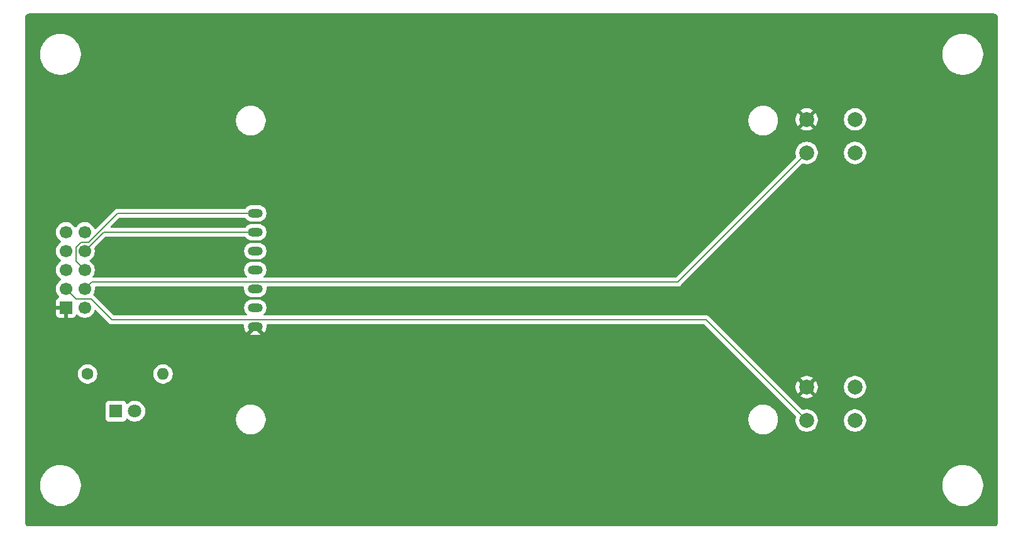
<source format=gbr>
%TF.GenerationSoftware,KiCad,Pcbnew,9.0.3*%
%TF.CreationDate,2025-08-15T10:31:11+02:00*%
%TF.ProjectId,Displaypanel,44697370-6c61-4797-9061-6e656c2e6b69,rev?*%
%TF.SameCoordinates,Original*%
%TF.FileFunction,Copper,L2,Bot*%
%TF.FilePolarity,Positive*%
%FSLAX46Y46*%
G04 Gerber Fmt 4.6, Leading zero omitted, Abs format (unit mm)*
G04 Created by KiCad (PCBNEW 9.0.3) date 2025-08-15 10:31:11*
%MOMM*%
%LPD*%
G01*
G04 APERTURE LIST*
%TA.AperFunction,ComponentPad*%
%ADD10O,2.000000X1.200000*%
%TD*%
%TA.AperFunction,ComponentPad*%
%ADD11R,1.800000X1.800000*%
%TD*%
%TA.AperFunction,ComponentPad*%
%ADD12C,1.800000*%
%TD*%
%TA.AperFunction,ComponentPad*%
%ADD13C,2.000000*%
%TD*%
%TA.AperFunction,ComponentPad*%
%ADD14C,1.600000*%
%TD*%
%TA.AperFunction,ComponentPad*%
%ADD15O,1.600000X1.600000*%
%TD*%
%TA.AperFunction,ComponentPad*%
%ADD16R,1.700000X1.700000*%
%TD*%
%TA.AperFunction,ComponentPad*%
%ADD17C,1.700000*%
%TD*%
%TA.AperFunction,Conductor*%
%ADD18C,0.200000*%
%TD*%
G04 APERTURE END LIST*
D10*
%TO.P,U1,1,GND*%
%TO.N,GND*%
X113490000Y-100620000D03*
%TO.P,U1,2,VCC*%
%TO.N,VCC*%
X113490000Y-98080000D03*
%TO.P,U1,3,SCL*%
%TO.N,SCL*%
X113490000Y-95540000D03*
%TO.P,U1,4,SDA*%
%TO.N,SDA*%
X113490000Y-93000000D03*
%TO.P,U1,5,RES*%
%TO.N,RST*%
X113490000Y-90460000D03*
%TO.P,U1,6,DC*%
%TO.N,DC*%
X113490000Y-87920000D03*
%TO.P,U1,7,CS*%
%TO.N,CS*%
X113490000Y-85380000D03*
%TD*%
D11*
%TO.P,D1,1,K*%
%TO.N,STATE*%
X94730000Y-112000000D03*
D12*
%TO.P,D1,2,A*%
%TO.N,Net-(D1-A)*%
X97270000Y-112000000D03*
%TD*%
D13*
%TO.P,SW2,1,1*%
%TO.N,GND*%
X187750000Y-72750000D03*
%TO.P,SW2,2,2*%
%TO.N,Reset*%
X187750000Y-77250000D03*
%TO.P,SW2,3,3*%
%TO.N,unconnected-(SW2-Pad3)*%
X194250000Y-72750000D03*
%TO.P,SW2,4,4*%
%TO.N,unconnected-(SW2-Pad4)*%
X194250000Y-77250000D03*
%TD*%
%TO.P,SW1,1,1*%
%TO.N,GND*%
X187750000Y-108750000D03*
%TO.P,SW1,2,2*%
%TO.N,MODE*%
X187750000Y-113250000D03*
%TO.P,SW1,3,3*%
%TO.N,unconnected-(SW1-Pad3)*%
X194250000Y-108750000D03*
%TO.P,SW1,4,4*%
%TO.N,unconnected-(SW1-Pad4)*%
X194250000Y-113250000D03*
%TD*%
D14*
%TO.P,R1,1*%
%TO.N,VCC*%
X90920000Y-107000000D03*
D15*
%TO.P,R1,2*%
%TO.N,Net-(D1-A)*%
X101080000Y-107000000D03*
%TD*%
D16*
%TO.P,J1,1,Pin_1*%
%TO.N,GND*%
X88000000Y-98080000D03*
D17*
%TO.P,J1,2,Pin_2*%
%TO.N,VCC*%
X90540000Y-98080000D03*
%TO.P,J1,3,Pin_3*%
%TO.N,MODE*%
X88000000Y-95540000D03*
%TO.P,J1,4,Pin_4*%
%TO.N,Reset*%
X90540000Y-95540000D03*
%TO.P,J1,5,Pin_5*%
%TO.N,STATE*%
X88000000Y-93000000D03*
%TO.P,J1,6,Pin_6*%
%TO.N,CS*%
X90540000Y-93000000D03*
%TO.P,J1,7,Pin_7*%
%TO.N,SCL*%
X88000000Y-90460000D03*
%TO.P,J1,8,Pin_8*%
%TO.N,DC*%
X90540000Y-90460000D03*
%TO.P,J1,9,Pin_9*%
%TO.N,SDA*%
X88000000Y-87920000D03*
%TO.P,J1,10,Pin_10*%
%TO.N,RST*%
X90540000Y-87920000D03*
%TD*%
D18*
%TO.N,CS*%
X91016760Y-89309000D02*
X94945760Y-85380000D01*
X94945760Y-85380000D02*
X113490000Y-85380000D01*
X89389000Y-91849000D02*
X89389000Y-89983240D01*
X89389000Y-89983240D02*
X90063240Y-89309000D01*
X90540000Y-93000000D02*
X89389000Y-91849000D01*
X90063240Y-89309000D02*
X91016760Y-89309000D01*
%TO.N,DC*%
X113490000Y-87920000D02*
X93080000Y-87920000D01*
X93080000Y-87920000D02*
X90540000Y-90460000D01*
%TO.N,Reset*%
X187750000Y-77250000D02*
X170361000Y-94639000D01*
X91441000Y-94639000D02*
X90540000Y-95540000D01*
X170361000Y-94639000D02*
X91441000Y-94639000D01*
%TO.N,MODE*%
X89389000Y-96929000D02*
X88000000Y-95540000D01*
X91429000Y-96929000D02*
X89389000Y-96929000D01*
X187750000Y-113250000D02*
X174219000Y-99719000D01*
X94219000Y-99719000D02*
X91429000Y-96929000D01*
X174219000Y-99719000D02*
X94219000Y-99719000D01*
%TD*%
%TA.AperFunction,Conductor*%
%TO.N,GND*%
G36*
X213006912Y-58501278D02*
G01*
X213097272Y-58511460D01*
X213124332Y-58517637D01*
X213203538Y-58545352D01*
X213228548Y-58557396D01*
X213299605Y-58602044D01*
X213321311Y-58619355D01*
X213380643Y-58678687D01*
X213397956Y-58700396D01*
X213442601Y-58771448D01*
X213454648Y-58796465D01*
X213482361Y-58875663D01*
X213488540Y-58902735D01*
X213498719Y-58993077D01*
X213499499Y-59006960D01*
X213499500Y-126934108D01*
X213499500Y-126993038D01*
X213498720Y-127006923D01*
X213488540Y-127097264D01*
X213482362Y-127124333D01*
X213454648Y-127203537D01*
X213442600Y-127228555D01*
X213397957Y-127299604D01*
X213380644Y-127321313D01*
X213321313Y-127380644D01*
X213299604Y-127397957D01*
X213228555Y-127442600D01*
X213203537Y-127454648D01*
X213124333Y-127482362D01*
X213097264Y-127488540D01*
X213017075Y-127497576D01*
X213006921Y-127498720D01*
X212993038Y-127499500D01*
X83006962Y-127499500D01*
X82993078Y-127498720D01*
X82980553Y-127497308D01*
X82902735Y-127488540D01*
X82875666Y-127482362D01*
X82796462Y-127454648D01*
X82771444Y-127442600D01*
X82700395Y-127397957D01*
X82678686Y-127380644D01*
X82619355Y-127321313D01*
X82602042Y-127299604D01*
X82557399Y-127228555D01*
X82545351Y-127203537D01*
X82517637Y-127124333D01*
X82511459Y-127097263D01*
X82501280Y-127006922D01*
X82500500Y-126993038D01*
X82500500Y-121845527D01*
X84499478Y-121845527D01*
X84499478Y-122154472D01*
X84534064Y-122461441D01*
X84534067Y-122461455D01*
X84602810Y-122762641D01*
X84602814Y-122762653D01*
X84704842Y-123054231D01*
X84704848Y-123054245D01*
X84838884Y-123332573D01*
X84838886Y-123332576D01*
X85003247Y-123594156D01*
X85195863Y-123835689D01*
X85414311Y-124054137D01*
X85655844Y-124246753D01*
X85917424Y-124411114D01*
X86195762Y-124545155D01*
X86195768Y-124545157D01*
X86487346Y-124647185D01*
X86487358Y-124647189D01*
X86788544Y-124715933D01*
X86788553Y-124715934D01*
X86788558Y-124715935D01*
X86993204Y-124738992D01*
X87095528Y-124750521D01*
X87095531Y-124750522D01*
X87095534Y-124750522D01*
X87404469Y-124750522D01*
X87404470Y-124750521D01*
X87561356Y-124732844D01*
X87711441Y-124715935D01*
X87711444Y-124715934D01*
X87711456Y-124715933D01*
X88012642Y-124647189D01*
X88304238Y-124545155D01*
X88582576Y-124411114D01*
X88844156Y-124246753D01*
X89085689Y-124054137D01*
X89304137Y-123835689D01*
X89496753Y-123594156D01*
X89661114Y-123332576D01*
X89795155Y-123054238D01*
X89897189Y-122762642D01*
X89965933Y-122461456D01*
X89979470Y-122341315D01*
X90000521Y-122154472D01*
X90000522Y-122154468D01*
X90000522Y-121845531D01*
X90000521Y-121845527D01*
X205999478Y-121845527D01*
X205999478Y-122154472D01*
X206034064Y-122461441D01*
X206034067Y-122461455D01*
X206102810Y-122762641D01*
X206102814Y-122762653D01*
X206204842Y-123054231D01*
X206204848Y-123054245D01*
X206338884Y-123332573D01*
X206338886Y-123332576D01*
X206503247Y-123594156D01*
X206695863Y-123835689D01*
X206914311Y-124054137D01*
X207155844Y-124246753D01*
X207417424Y-124411114D01*
X207695762Y-124545155D01*
X207695768Y-124545157D01*
X207987346Y-124647185D01*
X207987358Y-124647189D01*
X208288544Y-124715933D01*
X208288553Y-124715934D01*
X208288558Y-124715935D01*
X208493204Y-124738992D01*
X208595528Y-124750521D01*
X208595531Y-124750522D01*
X208595534Y-124750522D01*
X208904469Y-124750522D01*
X208904470Y-124750521D01*
X209061356Y-124732844D01*
X209211441Y-124715935D01*
X209211444Y-124715934D01*
X209211456Y-124715933D01*
X209512642Y-124647189D01*
X209804238Y-124545155D01*
X210082576Y-124411114D01*
X210344156Y-124246753D01*
X210585689Y-124054137D01*
X210804137Y-123835689D01*
X210996753Y-123594156D01*
X211161114Y-123332576D01*
X211295155Y-123054238D01*
X211397189Y-122762642D01*
X211465933Y-122461456D01*
X211479470Y-122341315D01*
X211500521Y-122154472D01*
X211500522Y-122154468D01*
X211500522Y-121845531D01*
X211500521Y-121845527D01*
X211465935Y-121538558D01*
X211465934Y-121538553D01*
X211465933Y-121538544D01*
X211397189Y-121237358D01*
X211295155Y-120945762D01*
X211161114Y-120667424D01*
X210996753Y-120405844D01*
X210804137Y-120164311D01*
X210585689Y-119945863D01*
X210344156Y-119753247D01*
X210082576Y-119588886D01*
X210082573Y-119588884D01*
X209804245Y-119454848D01*
X209804231Y-119454842D01*
X209512653Y-119352814D01*
X209512641Y-119352810D01*
X209280199Y-119299757D01*
X209211456Y-119284067D01*
X209211453Y-119284066D01*
X209211441Y-119284064D01*
X208904472Y-119249478D01*
X208904466Y-119249478D01*
X208595534Y-119249478D01*
X208595527Y-119249478D01*
X208288558Y-119284064D01*
X208288544Y-119284067D01*
X207987358Y-119352810D01*
X207987346Y-119352814D01*
X207695768Y-119454842D01*
X207695754Y-119454848D01*
X207417426Y-119588884D01*
X207155845Y-119753246D01*
X206914311Y-119945862D01*
X206695862Y-120164311D01*
X206503246Y-120405845D01*
X206338884Y-120667426D01*
X206204848Y-120945754D01*
X206204842Y-120945768D01*
X206102814Y-121237346D01*
X206102810Y-121237358D01*
X206034067Y-121538544D01*
X206034064Y-121538558D01*
X205999478Y-121845527D01*
X90000521Y-121845527D01*
X89965935Y-121538558D01*
X89965934Y-121538553D01*
X89965933Y-121538544D01*
X89897189Y-121237358D01*
X89795155Y-120945762D01*
X89661114Y-120667424D01*
X89496753Y-120405844D01*
X89304137Y-120164311D01*
X89085689Y-119945863D01*
X88844156Y-119753247D01*
X88582576Y-119588886D01*
X88582573Y-119588884D01*
X88304245Y-119454848D01*
X88304231Y-119454842D01*
X88012653Y-119352814D01*
X88012641Y-119352810D01*
X87780199Y-119299757D01*
X87711456Y-119284067D01*
X87711453Y-119284066D01*
X87711441Y-119284064D01*
X87404472Y-119249478D01*
X87404466Y-119249478D01*
X87095534Y-119249478D01*
X87095527Y-119249478D01*
X86788558Y-119284064D01*
X86788544Y-119284067D01*
X86487358Y-119352810D01*
X86487346Y-119352814D01*
X86195768Y-119454842D01*
X86195754Y-119454848D01*
X85917426Y-119588884D01*
X85655845Y-119753246D01*
X85414311Y-119945862D01*
X85195862Y-120164311D01*
X85003246Y-120405845D01*
X84838884Y-120667426D01*
X84704848Y-120945754D01*
X84704842Y-120945768D01*
X84602814Y-121237346D01*
X84602810Y-121237358D01*
X84534067Y-121538544D01*
X84534064Y-121538558D01*
X84499478Y-121845527D01*
X82500500Y-121845527D01*
X82500500Y-111052135D01*
X93329500Y-111052135D01*
X93329500Y-112947870D01*
X93329501Y-112947876D01*
X93335908Y-113007483D01*
X93386202Y-113142328D01*
X93386206Y-113142335D01*
X93472452Y-113257544D01*
X93472455Y-113257547D01*
X93587664Y-113343793D01*
X93587671Y-113343797D01*
X93722517Y-113394091D01*
X93722516Y-113394091D01*
X93729444Y-113394835D01*
X93782127Y-113400500D01*
X95677872Y-113400499D01*
X95737483Y-113394091D01*
X95872331Y-113343796D01*
X95987546Y-113257546D01*
X96073796Y-113142331D01*
X96101429Y-113068243D01*
X96103601Y-113062420D01*
X96145471Y-113006486D01*
X96210936Y-112982068D01*
X96279209Y-112996919D01*
X96307464Y-113018071D01*
X96357636Y-113068243D01*
X96357641Y-113068247D01*
X96445256Y-113131902D01*
X96535978Y-113197815D01*
X96664375Y-113263237D01*
X96732393Y-113297895D01*
X96732396Y-113297896D01*
X96837221Y-113331955D01*
X96942049Y-113366015D01*
X97159778Y-113400500D01*
X97159779Y-113400500D01*
X97380221Y-113400500D01*
X97380222Y-113400500D01*
X97597951Y-113366015D01*
X97807606Y-113297895D01*
X98004022Y-113197815D01*
X98182365Y-113068242D01*
X98281939Y-112968668D01*
X110886170Y-112968668D01*
X110886170Y-113231331D01*
X110886171Y-113231348D01*
X110920454Y-113491756D01*
X110920455Y-113491761D01*
X110920456Y-113491767D01*
X110985948Y-113736189D01*
X110988441Y-113745492D01*
X111088958Y-113988164D01*
X111088966Y-113988180D01*
X111152372Y-114098001D01*
X111220301Y-114215657D01*
X111220303Y-114215660D01*
X111220304Y-114215661D01*
X111380206Y-114424050D01*
X111380212Y-114424057D01*
X111565942Y-114609787D01*
X111565949Y-114609793D01*
X111570289Y-114613123D01*
X111774343Y-114769699D01*
X111920547Y-114854110D01*
X112001819Y-114901033D01*
X112001835Y-114901041D01*
X112132756Y-114955270D01*
X112244508Y-115001559D01*
X112498233Y-115069544D01*
X112758662Y-115103830D01*
X112758669Y-115103830D01*
X113021331Y-115103830D01*
X113021338Y-115103830D01*
X113281767Y-115069544D01*
X113535492Y-115001559D01*
X113726261Y-114922539D01*
X113778164Y-114901041D01*
X113778167Y-114901039D01*
X113778173Y-114901037D01*
X114005657Y-114769699D01*
X114214052Y-114609792D01*
X114399792Y-114424052D01*
X114559699Y-114215657D01*
X114691037Y-113988173D01*
X114691214Y-113987747D01*
X114712539Y-113936261D01*
X114791559Y-113745492D01*
X114859544Y-113491767D01*
X114893830Y-113231338D01*
X114893830Y-112971998D01*
X179886170Y-112971998D01*
X179886170Y-113234661D01*
X179886171Y-113234678D01*
X179920454Y-113495086D01*
X179920455Y-113495091D01*
X179920456Y-113495097D01*
X179920457Y-113495099D01*
X179988441Y-113748822D01*
X180088958Y-113991494D01*
X180088966Y-113991510D01*
X180152372Y-114101331D01*
X180220301Y-114218987D01*
X180220303Y-114218990D01*
X180220304Y-114218991D01*
X180380206Y-114427380D01*
X180380212Y-114427387D01*
X180565942Y-114613117D01*
X180565948Y-114613122D01*
X180774343Y-114773029D01*
X180920547Y-114857440D01*
X181001819Y-114904363D01*
X181001835Y-114904371D01*
X181132756Y-114958600D01*
X181244508Y-115004889D01*
X181498233Y-115072874D01*
X181758662Y-115107160D01*
X181758669Y-115107160D01*
X182021331Y-115107160D01*
X182021338Y-115107160D01*
X182281767Y-115072874D01*
X182535492Y-115004889D01*
X182726261Y-114925869D01*
X182778164Y-114904371D01*
X182778167Y-114904369D01*
X182778173Y-114904367D01*
X183005657Y-114773029D01*
X183214052Y-114613122D01*
X183399792Y-114427382D01*
X183559699Y-114218987D01*
X183691037Y-113991503D01*
X183692414Y-113988180D01*
X183759592Y-113825996D01*
X183791559Y-113748822D01*
X183859544Y-113495097D01*
X183893830Y-113234668D01*
X183893830Y-112971992D01*
X183859544Y-112711563D01*
X183791559Y-112457838D01*
X183736454Y-112324802D01*
X183691041Y-112215165D01*
X183691033Y-112215149D01*
X183627718Y-112105485D01*
X183559699Y-111987673D01*
X183454774Y-111850932D01*
X183399793Y-111779279D01*
X183399787Y-111779272D01*
X183214057Y-111593542D01*
X183214050Y-111593536D01*
X183005661Y-111433634D01*
X183005660Y-111433633D01*
X183005657Y-111433631D01*
X182914960Y-111381267D01*
X182778180Y-111302296D01*
X182778164Y-111302288D01*
X182535492Y-111201771D01*
X182523064Y-111198441D01*
X182281767Y-111133786D01*
X182281761Y-111133785D01*
X182281756Y-111133784D01*
X182021348Y-111099501D01*
X182021343Y-111099500D01*
X182021338Y-111099500D01*
X181758662Y-111099500D01*
X181758656Y-111099500D01*
X181758651Y-111099501D01*
X181498243Y-111133784D01*
X181498236Y-111133785D01*
X181498233Y-111133786D01*
X181390992Y-111162520D01*
X181244507Y-111201771D01*
X181001835Y-111302288D01*
X181001819Y-111302296D01*
X180774338Y-111433634D01*
X180565949Y-111593536D01*
X180565942Y-111593542D01*
X180380212Y-111779272D01*
X180380206Y-111779279D01*
X180220304Y-111987668D01*
X180088966Y-112215149D01*
X180088958Y-112215165D01*
X179988441Y-112457837D01*
X179920457Y-112711560D01*
X179920454Y-112711573D01*
X179886171Y-112971981D01*
X179886170Y-112971998D01*
X114893830Y-112971998D01*
X114893830Y-112968662D01*
X114859544Y-112708233D01*
X114791559Y-112454508D01*
X114737833Y-112324802D01*
X114691041Y-112211835D01*
X114691033Y-112211819D01*
X114627628Y-112101999D01*
X114559699Y-111984343D01*
X114463852Y-111859433D01*
X114399793Y-111775949D01*
X114399787Y-111775942D01*
X114214057Y-111590212D01*
X114214050Y-111590206D01*
X114005661Y-111430304D01*
X114005660Y-111430303D01*
X114005657Y-111430301D01*
X113914960Y-111377937D01*
X113778180Y-111298966D01*
X113778164Y-111298958D01*
X113535492Y-111198441D01*
X113281767Y-111130456D01*
X113281761Y-111130455D01*
X113281756Y-111130454D01*
X113021348Y-111096171D01*
X113021343Y-111096170D01*
X113021338Y-111096170D01*
X112758662Y-111096170D01*
X112758656Y-111096170D01*
X112758651Y-111096171D01*
X112498243Y-111130454D01*
X112498236Y-111130455D01*
X112498233Y-111130456D01*
X112390992Y-111159190D01*
X112244507Y-111198441D01*
X112001835Y-111298958D01*
X112001819Y-111298966D01*
X111774338Y-111430304D01*
X111565949Y-111590206D01*
X111565942Y-111590212D01*
X111380212Y-111775942D01*
X111380206Y-111775949D01*
X111220304Y-111984338D01*
X111220301Y-111984342D01*
X111220301Y-111984343D01*
X111211716Y-111999211D01*
X111088966Y-112211819D01*
X111088958Y-112211835D01*
X110988441Y-112454507D01*
X110920457Y-112708230D01*
X110920454Y-112708243D01*
X110886171Y-112968651D01*
X110886170Y-112968668D01*
X98281939Y-112968668D01*
X98338242Y-112912365D01*
X98348220Y-112898632D01*
X98353244Y-112891718D01*
X98439908Y-112772433D01*
X98467815Y-112734022D01*
X98567895Y-112537606D01*
X98636015Y-112327951D01*
X98670500Y-112110222D01*
X98670500Y-111889778D01*
X98636015Y-111672049D01*
X98567895Y-111462394D01*
X98567895Y-111462393D01*
X98533237Y-111394375D01*
X98467815Y-111265978D01*
X98409501Y-111185715D01*
X98338247Y-111087641D01*
X98338243Y-111087636D01*
X98182363Y-110931756D01*
X98182358Y-110931752D01*
X98004025Y-110802187D01*
X98004024Y-110802186D01*
X98004022Y-110802185D01*
X97886791Y-110742452D01*
X97807606Y-110702104D01*
X97807603Y-110702103D01*
X97597952Y-110633985D01*
X97489086Y-110616742D01*
X97380222Y-110599500D01*
X97159778Y-110599500D01*
X97087201Y-110610995D01*
X96942047Y-110633985D01*
X96732396Y-110702103D01*
X96732393Y-110702104D01*
X96535974Y-110802187D01*
X96357641Y-110931752D01*
X96357636Y-110931756D01*
X96307463Y-110981929D01*
X96246140Y-111015413D01*
X96176448Y-111010428D01*
X96120515Y-110968557D01*
X96103601Y-110937580D01*
X96073797Y-110857671D01*
X96073793Y-110857664D01*
X95987547Y-110742455D01*
X95987544Y-110742452D01*
X95872335Y-110656206D01*
X95872328Y-110656202D01*
X95737482Y-110605908D01*
X95737483Y-110605908D01*
X95677883Y-110599501D01*
X95677881Y-110599500D01*
X95677873Y-110599500D01*
X95677864Y-110599500D01*
X93782129Y-110599500D01*
X93782123Y-110599501D01*
X93722516Y-110605908D01*
X93587671Y-110656202D01*
X93587664Y-110656206D01*
X93472455Y-110742452D01*
X93472452Y-110742455D01*
X93386206Y-110857664D01*
X93386202Y-110857671D01*
X93335908Y-110992517D01*
X93329501Y-111052116D01*
X93329500Y-111052135D01*
X82500500Y-111052135D01*
X82500500Y-106897648D01*
X89619500Y-106897648D01*
X89619500Y-107102351D01*
X89651522Y-107304534D01*
X89714781Y-107499223D01*
X89807715Y-107681613D01*
X89928028Y-107847213D01*
X90072786Y-107991971D01*
X90227749Y-108104556D01*
X90238390Y-108112287D01*
X90354607Y-108171503D01*
X90420776Y-108205218D01*
X90420778Y-108205218D01*
X90420781Y-108205220D01*
X90520073Y-108237482D01*
X90615465Y-108268477D01*
X90716557Y-108284488D01*
X90817648Y-108300500D01*
X90817649Y-108300500D01*
X91022351Y-108300500D01*
X91022352Y-108300500D01*
X91224534Y-108268477D01*
X91419219Y-108205220D01*
X91601610Y-108112287D01*
X91694590Y-108044732D01*
X91767213Y-107991971D01*
X91767215Y-107991968D01*
X91767219Y-107991966D01*
X91911966Y-107847219D01*
X91911968Y-107847215D01*
X91911971Y-107847213D01*
X91966262Y-107772487D01*
X92032287Y-107681610D01*
X92125220Y-107499219D01*
X92188477Y-107304534D01*
X92220500Y-107102352D01*
X92220500Y-106897648D01*
X99779500Y-106897648D01*
X99779500Y-107102351D01*
X99811522Y-107304534D01*
X99874781Y-107499223D01*
X99967715Y-107681613D01*
X100088028Y-107847213D01*
X100232786Y-107991971D01*
X100387749Y-108104556D01*
X100398390Y-108112287D01*
X100514607Y-108171503D01*
X100580776Y-108205218D01*
X100580778Y-108205218D01*
X100580781Y-108205220D01*
X100680073Y-108237482D01*
X100775465Y-108268477D01*
X100876557Y-108284488D01*
X100977648Y-108300500D01*
X100977649Y-108300500D01*
X101182351Y-108300500D01*
X101182352Y-108300500D01*
X101384534Y-108268477D01*
X101579219Y-108205220D01*
X101761610Y-108112287D01*
X101854590Y-108044732D01*
X101927213Y-107991971D01*
X101927215Y-107991968D01*
X101927219Y-107991966D01*
X102071966Y-107847219D01*
X102071968Y-107847215D01*
X102071971Y-107847213D01*
X102126262Y-107772487D01*
X102192287Y-107681610D01*
X102285220Y-107499219D01*
X102348477Y-107304534D01*
X102380500Y-107102352D01*
X102380500Y-106897648D01*
X102348477Y-106695466D01*
X102285220Y-106500781D01*
X102285218Y-106500778D01*
X102285218Y-106500776D01*
X102251503Y-106434607D01*
X102192287Y-106318390D01*
X102184556Y-106307749D01*
X102071971Y-106152786D01*
X101927213Y-106008028D01*
X101761613Y-105887715D01*
X101761612Y-105887714D01*
X101761610Y-105887713D01*
X101704653Y-105858691D01*
X101579223Y-105794781D01*
X101384534Y-105731522D01*
X101209995Y-105703878D01*
X101182352Y-105699500D01*
X100977648Y-105699500D01*
X100953329Y-105703351D01*
X100775465Y-105731522D01*
X100580776Y-105794781D01*
X100398386Y-105887715D01*
X100232786Y-106008028D01*
X100088028Y-106152786D01*
X99967715Y-106318386D01*
X99874781Y-106500776D01*
X99811522Y-106695465D01*
X99779500Y-106897648D01*
X92220500Y-106897648D01*
X92188477Y-106695466D01*
X92125220Y-106500781D01*
X92125218Y-106500778D01*
X92125218Y-106500776D01*
X92091503Y-106434607D01*
X92032287Y-106318390D01*
X92024556Y-106307749D01*
X91911971Y-106152786D01*
X91767213Y-106008028D01*
X91601613Y-105887715D01*
X91601612Y-105887714D01*
X91601610Y-105887713D01*
X91544653Y-105858691D01*
X91419223Y-105794781D01*
X91224534Y-105731522D01*
X91049995Y-105703878D01*
X91022352Y-105699500D01*
X90817648Y-105699500D01*
X90793329Y-105703351D01*
X90615465Y-105731522D01*
X90420776Y-105794781D01*
X90238386Y-105887715D01*
X90072786Y-106008028D01*
X89928028Y-106152786D01*
X89807715Y-106318386D01*
X89714781Y-106500776D01*
X89651522Y-106695465D01*
X89619500Y-106897648D01*
X82500500Y-106897648D01*
X82500500Y-87813713D01*
X86649500Y-87813713D01*
X86649500Y-88026287D01*
X86682754Y-88236243D01*
X86717261Y-88342445D01*
X86748444Y-88438414D01*
X86844951Y-88627820D01*
X86969890Y-88799786D01*
X87120213Y-88950109D01*
X87292182Y-89075050D01*
X87300946Y-89079516D01*
X87351742Y-89127491D01*
X87368536Y-89195312D01*
X87345998Y-89261447D01*
X87300946Y-89300484D01*
X87292182Y-89304949D01*
X87120213Y-89429890D01*
X86969890Y-89580213D01*
X86844951Y-89752179D01*
X86748444Y-89941585D01*
X86682753Y-90143760D01*
X86673481Y-90202302D01*
X86649500Y-90353713D01*
X86649500Y-90566287D01*
X86682754Y-90776243D01*
X86717261Y-90882445D01*
X86748444Y-90978414D01*
X86844951Y-91167820D01*
X86969890Y-91339786D01*
X87120213Y-91490109D01*
X87292182Y-91615050D01*
X87300946Y-91619516D01*
X87351742Y-91667491D01*
X87368536Y-91735312D01*
X87345998Y-91801447D01*
X87300946Y-91840484D01*
X87292182Y-91844949D01*
X87120213Y-91969890D01*
X86969890Y-92120213D01*
X86844951Y-92292179D01*
X86748444Y-92481585D01*
X86682753Y-92683760D01*
X86673481Y-92742302D01*
X86649500Y-92893713D01*
X86649500Y-93106287D01*
X86682754Y-93316243D01*
X86717261Y-93422445D01*
X86748444Y-93518414D01*
X86844951Y-93707820D01*
X86969890Y-93879786D01*
X87120213Y-94030109D01*
X87292182Y-94155050D01*
X87300946Y-94159516D01*
X87351742Y-94207491D01*
X87368536Y-94275312D01*
X87345998Y-94341447D01*
X87300946Y-94380484D01*
X87292182Y-94384949D01*
X87120213Y-94509890D01*
X86969890Y-94660213D01*
X86844951Y-94832179D01*
X86748444Y-95021585D01*
X86682753Y-95223760D01*
X86668779Y-95311989D01*
X86649500Y-95433713D01*
X86649500Y-95646287D01*
X86682754Y-95856243D01*
X86717261Y-95962445D01*
X86748444Y-96058414D01*
X86844951Y-96247820D01*
X86969890Y-96419786D01*
X87083818Y-96533714D01*
X87117303Y-96595037D01*
X87112319Y-96664729D01*
X87070447Y-96720662D01*
X87039471Y-96737577D01*
X86907912Y-96786646D01*
X86907906Y-96786649D01*
X86792812Y-96872809D01*
X86792809Y-96872812D01*
X86706649Y-96987906D01*
X86706645Y-96987913D01*
X86656403Y-97122620D01*
X86656401Y-97122627D01*
X86650000Y-97182155D01*
X86650000Y-97830000D01*
X87566988Y-97830000D01*
X87534075Y-97887007D01*
X87500000Y-98014174D01*
X87500000Y-98145826D01*
X87534075Y-98272993D01*
X87566988Y-98330000D01*
X86650000Y-98330000D01*
X86650000Y-98977844D01*
X86656401Y-99037372D01*
X86656403Y-99037379D01*
X86706645Y-99172086D01*
X86706649Y-99172093D01*
X86792809Y-99287187D01*
X86792812Y-99287190D01*
X86907906Y-99373350D01*
X86907913Y-99373354D01*
X87042620Y-99423596D01*
X87042627Y-99423598D01*
X87102155Y-99429999D01*
X87102172Y-99430000D01*
X87750000Y-99430000D01*
X87750000Y-98513012D01*
X87807007Y-98545925D01*
X87934174Y-98580000D01*
X88065826Y-98580000D01*
X88192993Y-98545925D01*
X88250000Y-98513012D01*
X88250000Y-99430000D01*
X88897828Y-99430000D01*
X88897844Y-99429999D01*
X88957372Y-99423598D01*
X88957379Y-99423596D01*
X89092086Y-99373354D01*
X89092093Y-99373350D01*
X89207187Y-99287190D01*
X89207190Y-99287187D01*
X89293350Y-99172093D01*
X89293354Y-99172086D01*
X89342422Y-99040529D01*
X89384293Y-98984595D01*
X89449757Y-98960178D01*
X89518030Y-98975030D01*
X89546285Y-98996181D01*
X89660213Y-99110109D01*
X89832179Y-99235048D01*
X89832181Y-99235049D01*
X89832184Y-99235051D01*
X90021588Y-99331557D01*
X90223757Y-99397246D01*
X90433713Y-99430500D01*
X90433714Y-99430500D01*
X90646286Y-99430500D01*
X90646287Y-99430500D01*
X90856243Y-99397246D01*
X91058412Y-99331557D01*
X91247816Y-99235051D01*
X91334471Y-99172093D01*
X91419786Y-99110109D01*
X91419788Y-99110106D01*
X91419792Y-99110104D01*
X91570104Y-98959792D01*
X91570106Y-98959788D01*
X91570109Y-98959786D01*
X91695048Y-98787820D01*
X91695047Y-98787820D01*
X91695051Y-98787816D01*
X91791557Y-98598412D01*
X91841253Y-98445461D01*
X91880691Y-98387787D01*
X91945049Y-98360589D01*
X92013896Y-98372504D01*
X92046865Y-98396100D01*
X93734139Y-100083374D01*
X93734149Y-100083385D01*
X93738479Y-100087715D01*
X93738480Y-100087716D01*
X93850284Y-100199520D01*
X93932973Y-100247259D01*
X93937095Y-100249639D01*
X93937097Y-100249641D01*
X93975151Y-100271611D01*
X93987215Y-100278577D01*
X94139943Y-100319501D01*
X94139946Y-100319501D01*
X94305653Y-100319501D01*
X94305669Y-100319500D01*
X111878698Y-100319500D01*
X111945737Y-100339185D01*
X111991492Y-100391989D01*
X112001436Y-100461147D01*
X112001171Y-100462898D01*
X111990000Y-100533428D01*
X111990000Y-100706571D01*
X112017085Y-100877584D01*
X112070591Y-101042257D01*
X112149195Y-101196524D01*
X112250967Y-101336602D01*
X112335405Y-101421040D01*
X113090000Y-100666445D01*
X113090000Y-100672661D01*
X113117259Y-100774394D01*
X113169920Y-100865606D01*
X113244394Y-100940080D01*
X113335606Y-100992741D01*
X113437339Y-101020000D01*
X113443552Y-101020000D01*
X112785787Y-101677762D01*
X112832419Y-101692914D01*
X113003429Y-101720000D01*
X113976571Y-101720000D01*
X114147582Y-101692914D01*
X114147585Y-101692913D01*
X114194211Y-101677763D01*
X114194211Y-101677762D01*
X113536448Y-101020000D01*
X113542661Y-101020000D01*
X113644394Y-100992741D01*
X113735606Y-100940080D01*
X113810080Y-100865606D01*
X113862741Y-100774394D01*
X113890000Y-100672661D01*
X113890000Y-100666449D01*
X114644592Y-101421041D01*
X114644593Y-101421041D01*
X114729033Y-101336601D01*
X114830804Y-101196524D01*
X114909408Y-101042257D01*
X114962914Y-100877584D01*
X114990000Y-100706571D01*
X114990000Y-100533428D01*
X114978829Y-100462898D01*
X114987784Y-100393604D01*
X115032780Y-100340152D01*
X115099531Y-100319513D01*
X115101302Y-100319500D01*
X173918903Y-100319500D01*
X173985942Y-100339185D01*
X174006584Y-100355819D01*
X186297200Y-112646435D01*
X186330685Y-112707758D01*
X186327450Y-112772433D01*
X186286447Y-112898628D01*
X186249500Y-113131902D01*
X186249500Y-113368097D01*
X186286446Y-113601368D01*
X186359433Y-113825996D01*
X186466657Y-114036433D01*
X186605483Y-114227510D01*
X186772490Y-114394517D01*
X186963567Y-114533343D01*
X187062991Y-114584002D01*
X187174003Y-114640566D01*
X187174005Y-114640566D01*
X187174008Y-114640568D01*
X187294412Y-114679689D01*
X187398631Y-114713553D01*
X187631903Y-114750500D01*
X187631908Y-114750500D01*
X187868097Y-114750500D01*
X188101368Y-114713553D01*
X188325992Y-114640568D01*
X188536433Y-114533343D01*
X188727510Y-114394517D01*
X188894517Y-114227510D01*
X189033343Y-114036433D01*
X189140568Y-113825992D01*
X189213553Y-113601368D01*
X189218089Y-113572731D01*
X189250500Y-113368097D01*
X189250500Y-113131902D01*
X192749500Y-113131902D01*
X192749500Y-113368097D01*
X192786446Y-113601368D01*
X192859433Y-113825996D01*
X192966657Y-114036433D01*
X193105483Y-114227510D01*
X193272490Y-114394517D01*
X193463567Y-114533343D01*
X193562991Y-114584002D01*
X193674003Y-114640566D01*
X193674005Y-114640566D01*
X193674008Y-114640568D01*
X193794412Y-114679689D01*
X193898631Y-114713553D01*
X194131903Y-114750500D01*
X194131908Y-114750500D01*
X194368097Y-114750500D01*
X194601368Y-114713553D01*
X194825992Y-114640568D01*
X195036433Y-114533343D01*
X195227510Y-114394517D01*
X195394517Y-114227510D01*
X195533343Y-114036433D01*
X195640568Y-113825992D01*
X195713553Y-113601368D01*
X195718089Y-113572731D01*
X195750500Y-113368097D01*
X195750500Y-113131902D01*
X195713553Y-112898631D01*
X195660068Y-112734022D01*
X195640568Y-112674008D01*
X195640566Y-112674005D01*
X195640566Y-112674003D01*
X195533342Y-112463566D01*
X195394517Y-112272490D01*
X195227510Y-112105483D01*
X195036433Y-111966657D01*
X194825996Y-111859433D01*
X194601368Y-111786446D01*
X194368097Y-111749500D01*
X194368092Y-111749500D01*
X194131908Y-111749500D01*
X194131903Y-111749500D01*
X193898631Y-111786446D01*
X193674003Y-111859433D01*
X193463566Y-111966657D01*
X193354550Y-112045862D01*
X193272490Y-112105483D01*
X193272488Y-112105485D01*
X193272487Y-112105485D01*
X193105485Y-112272487D01*
X193105485Y-112272488D01*
X193105483Y-112272490D01*
X193065057Y-112328132D01*
X192966657Y-112463566D01*
X192859433Y-112674003D01*
X192786446Y-112898631D01*
X192749500Y-113131902D01*
X189250500Y-113131902D01*
X189213553Y-112898631D01*
X189160068Y-112734022D01*
X189140568Y-112674008D01*
X189140566Y-112674005D01*
X189140566Y-112674003D01*
X189033342Y-112463566D01*
X188894517Y-112272490D01*
X188727510Y-112105483D01*
X188536433Y-111966657D01*
X188325996Y-111859433D01*
X188101368Y-111786446D01*
X187868097Y-111749500D01*
X187868092Y-111749500D01*
X187631908Y-111749500D01*
X187631903Y-111749500D01*
X187398628Y-111786447D01*
X187272433Y-111827450D01*
X187202592Y-111829445D01*
X187146435Y-111797200D01*
X183981182Y-108631947D01*
X186250000Y-108631947D01*
X186250000Y-108868052D01*
X186286934Y-109101247D01*
X186359897Y-109325802D01*
X186467087Y-109536174D01*
X186527338Y-109619104D01*
X186527340Y-109619105D01*
X187226212Y-108920233D01*
X187237482Y-108962292D01*
X187309890Y-109087708D01*
X187412292Y-109190110D01*
X187537708Y-109262518D01*
X187579765Y-109273787D01*
X186880893Y-109972658D01*
X186963828Y-110032914D01*
X187174197Y-110140102D01*
X187398752Y-110213065D01*
X187398751Y-110213065D01*
X187631948Y-110250000D01*
X187868052Y-110250000D01*
X188101247Y-110213065D01*
X188325802Y-110140102D01*
X188536163Y-110032918D01*
X188536169Y-110032914D01*
X188619104Y-109972658D01*
X188619105Y-109972658D01*
X187920233Y-109273787D01*
X187962292Y-109262518D01*
X188087708Y-109190110D01*
X188190110Y-109087708D01*
X188262518Y-108962292D01*
X188273787Y-108920234D01*
X188972658Y-109619105D01*
X188972658Y-109619104D01*
X189032914Y-109536169D01*
X189032918Y-109536163D01*
X189140102Y-109325802D01*
X189213065Y-109101247D01*
X189250000Y-108868052D01*
X189250000Y-108631947D01*
X189249993Y-108631902D01*
X192749500Y-108631902D01*
X192749500Y-108868097D01*
X192786446Y-109101368D01*
X192859433Y-109325996D01*
X192966519Y-109536163D01*
X192966657Y-109536433D01*
X193105483Y-109727510D01*
X193272490Y-109894517D01*
X193463567Y-110033343D01*
X193562991Y-110084002D01*
X193674003Y-110140566D01*
X193674005Y-110140566D01*
X193674008Y-110140568D01*
X193794412Y-110179689D01*
X193898631Y-110213553D01*
X194131903Y-110250500D01*
X194131908Y-110250500D01*
X194368097Y-110250500D01*
X194601368Y-110213553D01*
X194602870Y-110213065D01*
X194825992Y-110140568D01*
X195036433Y-110033343D01*
X195227510Y-109894517D01*
X195394517Y-109727510D01*
X195533343Y-109536433D01*
X195640568Y-109325992D01*
X195713553Y-109101368D01*
X195715717Y-109087708D01*
X195750500Y-108868097D01*
X195750500Y-108631902D01*
X195713553Y-108398631D01*
X195650709Y-108205220D01*
X195640568Y-108174008D01*
X195640566Y-108174005D01*
X195640566Y-108174003D01*
X195584002Y-108062991D01*
X195533343Y-107963567D01*
X195394517Y-107772490D01*
X195227510Y-107605483D01*
X195036433Y-107466657D01*
X194825996Y-107359433D01*
X194601368Y-107286446D01*
X194368097Y-107249500D01*
X194368092Y-107249500D01*
X194131908Y-107249500D01*
X194131903Y-107249500D01*
X193898631Y-107286446D01*
X193674003Y-107359433D01*
X193463566Y-107466657D01*
X193380047Y-107527338D01*
X193272490Y-107605483D01*
X193272488Y-107605485D01*
X193272487Y-107605485D01*
X193105485Y-107772487D01*
X193105485Y-107772488D01*
X193105483Y-107772490D01*
X193051193Y-107847213D01*
X192966657Y-107963566D01*
X192859433Y-108174003D01*
X192786446Y-108398631D01*
X192749500Y-108631902D01*
X189249993Y-108631902D01*
X189213065Y-108398752D01*
X189140102Y-108174197D01*
X189032914Y-107963828D01*
X188972658Y-107880894D01*
X188972658Y-107880893D01*
X188273787Y-108579765D01*
X188262518Y-108537708D01*
X188190110Y-108412292D01*
X188087708Y-108309890D01*
X187962292Y-108237482D01*
X187920234Y-108226212D01*
X188619105Y-107527340D01*
X188619104Y-107527338D01*
X188536174Y-107467087D01*
X188325802Y-107359897D01*
X188101247Y-107286934D01*
X188101248Y-107286934D01*
X187868052Y-107250000D01*
X187631948Y-107250000D01*
X187398752Y-107286934D01*
X187174197Y-107359897D01*
X186963830Y-107467084D01*
X186880894Y-107527340D01*
X187579766Y-108226212D01*
X187537708Y-108237482D01*
X187412292Y-108309890D01*
X187309890Y-108412292D01*
X187237482Y-108537708D01*
X187226212Y-108579766D01*
X186527340Y-107880894D01*
X186467084Y-107963830D01*
X186359897Y-108174197D01*
X186286934Y-108398752D01*
X186250000Y-108631947D01*
X183981182Y-108631947D01*
X174706590Y-99357355D01*
X174706588Y-99357352D01*
X174587717Y-99238481D01*
X174587709Y-99238475D01*
X174487292Y-99180500D01*
X174487291Y-99180499D01*
X174487291Y-99180500D01*
X174450785Y-99159423D01*
X174298057Y-99118499D01*
X174139943Y-99118499D01*
X174132347Y-99118499D01*
X174132331Y-99118500D01*
X114707204Y-99118500D01*
X114640165Y-99098815D01*
X114594410Y-99046011D01*
X114584466Y-98976853D01*
X114613491Y-98913297D01*
X114619523Y-98906819D01*
X114729414Y-98796928D01*
X114831232Y-98656788D01*
X114909873Y-98502445D01*
X114963402Y-98337701D01*
X114990500Y-98166611D01*
X114990500Y-97993389D01*
X114963402Y-97822299D01*
X114909873Y-97657555D01*
X114831232Y-97503212D01*
X114729414Y-97363072D01*
X114606928Y-97240586D01*
X114466788Y-97138768D01*
X114312445Y-97060127D01*
X114147701Y-97006598D01*
X114147699Y-97006597D01*
X114147698Y-97006597D01*
X114016271Y-96985781D01*
X113976611Y-96979500D01*
X113003389Y-96979500D01*
X112963728Y-96985781D01*
X112832302Y-97006597D01*
X112667552Y-97060128D01*
X112513211Y-97138768D01*
X112453495Y-97182155D01*
X112373072Y-97240586D01*
X112373070Y-97240588D01*
X112373069Y-97240588D01*
X112250588Y-97363069D01*
X112250588Y-97363070D01*
X112250586Y-97363072D01*
X112206859Y-97423256D01*
X112148768Y-97503211D01*
X112070128Y-97657552D01*
X112016597Y-97822302D01*
X111992616Y-97973713D01*
X111989500Y-97993389D01*
X111989500Y-98166611D01*
X112016598Y-98337701D01*
X112070127Y-98502445D01*
X112148768Y-98656788D01*
X112250586Y-98796928D01*
X112250588Y-98796930D01*
X112360477Y-98906819D01*
X112393962Y-98968142D01*
X112388978Y-99037834D01*
X112347106Y-99093767D01*
X112281642Y-99118184D01*
X112272796Y-99118500D01*
X94519097Y-99118500D01*
X94452058Y-99098815D01*
X94431416Y-99082181D01*
X91916590Y-96567355D01*
X91916588Y-96567352D01*
X91797717Y-96448481D01*
X91797712Y-96448477D01*
X91741286Y-96415900D01*
X91693071Y-96365333D01*
X91679847Y-96296726D01*
X91694615Y-96253062D01*
X91692839Y-96252157D01*
X91695051Y-96247816D01*
X91791557Y-96058412D01*
X91857246Y-95856243D01*
X91890500Y-95646287D01*
X91890500Y-95433713D01*
X91882451Y-95382896D01*
X91891405Y-95313606D01*
X91936401Y-95260153D01*
X92003152Y-95239513D01*
X92004924Y-95239500D01*
X111878192Y-95239500D01*
X111945231Y-95259185D01*
X111990986Y-95311989D01*
X112000930Y-95381147D01*
X112000671Y-95382852D01*
X111989500Y-95453389D01*
X111989500Y-95626611D01*
X112016598Y-95797701D01*
X112070127Y-95962445D01*
X112148768Y-96116788D01*
X112250586Y-96256928D01*
X112373072Y-96379414D01*
X112513212Y-96481232D01*
X112667555Y-96559873D01*
X112832299Y-96613402D01*
X113003389Y-96640500D01*
X113003390Y-96640500D01*
X113976610Y-96640500D01*
X113976611Y-96640500D01*
X114147701Y-96613402D01*
X114312445Y-96559873D01*
X114466788Y-96481232D01*
X114606928Y-96379414D01*
X114729414Y-96256928D01*
X114831232Y-96116788D01*
X114909873Y-95962445D01*
X114963402Y-95797701D01*
X114990500Y-95626611D01*
X114990500Y-95453389D01*
X114979335Y-95382896D01*
X114988289Y-95313605D01*
X115033286Y-95260153D01*
X115100037Y-95239513D01*
X115101808Y-95239500D01*
X170274331Y-95239500D01*
X170274347Y-95239501D01*
X170281943Y-95239501D01*
X170440054Y-95239501D01*
X170440057Y-95239501D01*
X170592785Y-95198577D01*
X170642904Y-95169639D01*
X170729716Y-95119520D01*
X170841520Y-95007716D01*
X170841520Y-95007714D01*
X170851728Y-94997507D01*
X170851729Y-94997504D01*
X187146438Y-78702796D01*
X187207759Y-78669313D01*
X187272433Y-78672547D01*
X187398632Y-78713553D01*
X187515270Y-78732026D01*
X187631903Y-78750500D01*
X187631908Y-78750500D01*
X187868097Y-78750500D01*
X188101368Y-78713553D01*
X188134468Y-78702798D01*
X188325992Y-78640568D01*
X188536433Y-78533343D01*
X188727510Y-78394517D01*
X188894517Y-78227510D01*
X189033343Y-78036433D01*
X189140568Y-77825992D01*
X189213553Y-77601368D01*
X189213554Y-77601364D01*
X189250500Y-77368097D01*
X189250500Y-77131902D01*
X192749500Y-77131902D01*
X192749500Y-77368097D01*
X192786446Y-77601368D01*
X192859433Y-77825996D01*
X192966657Y-78036433D01*
X193105483Y-78227510D01*
X193272490Y-78394517D01*
X193463567Y-78533343D01*
X193562991Y-78584002D01*
X193674003Y-78640566D01*
X193674005Y-78640566D01*
X193674008Y-78640568D01*
X193762476Y-78669313D01*
X193898631Y-78713553D01*
X194131903Y-78750500D01*
X194131908Y-78750500D01*
X194368097Y-78750500D01*
X194601368Y-78713553D01*
X194634468Y-78702798D01*
X194825992Y-78640568D01*
X195036433Y-78533343D01*
X195227510Y-78394517D01*
X195394517Y-78227510D01*
X195533343Y-78036433D01*
X195640568Y-77825992D01*
X195713553Y-77601368D01*
X195713554Y-77601364D01*
X195750500Y-77368097D01*
X195750500Y-77131902D01*
X195713553Y-76898631D01*
X195640566Y-76674003D01*
X195533342Y-76463566D01*
X195394517Y-76272490D01*
X195227510Y-76105483D01*
X195036433Y-75966657D01*
X194825996Y-75859433D01*
X194601368Y-75786446D01*
X194368097Y-75749500D01*
X194368092Y-75749500D01*
X194131908Y-75749500D01*
X194131903Y-75749500D01*
X193898631Y-75786446D01*
X193674003Y-75859433D01*
X193463566Y-75966657D01*
X193354550Y-76045862D01*
X193272490Y-76105483D01*
X193272488Y-76105485D01*
X193272487Y-76105485D01*
X193105485Y-76272487D01*
X193105485Y-76272488D01*
X193105483Y-76272490D01*
X193045862Y-76354550D01*
X192966657Y-76463566D01*
X192859433Y-76674003D01*
X192786446Y-76898631D01*
X192749500Y-77131902D01*
X189250500Y-77131902D01*
X189213553Y-76898631D01*
X189140566Y-76674003D01*
X189033342Y-76463566D01*
X188894517Y-76272490D01*
X188727510Y-76105483D01*
X188536433Y-75966657D01*
X188325996Y-75859433D01*
X188101368Y-75786446D01*
X187868097Y-75749500D01*
X187868092Y-75749500D01*
X187631908Y-75749500D01*
X187631903Y-75749500D01*
X187398631Y-75786446D01*
X187174003Y-75859433D01*
X186963566Y-75966657D01*
X186854550Y-76045862D01*
X186772490Y-76105483D01*
X186772488Y-76105485D01*
X186772487Y-76105485D01*
X186605485Y-76272487D01*
X186605485Y-76272488D01*
X186605483Y-76272490D01*
X186545862Y-76354550D01*
X186466657Y-76463566D01*
X186359433Y-76674003D01*
X186286446Y-76898631D01*
X186249500Y-77131902D01*
X186249500Y-77368097D01*
X186286446Y-77601364D01*
X186286446Y-77601365D01*
X186327450Y-77727563D01*
X186329445Y-77797405D01*
X186297200Y-77853562D01*
X170148584Y-94002181D01*
X170087261Y-94035666D01*
X170060903Y-94038500D01*
X114707204Y-94038500D01*
X114640165Y-94018815D01*
X114594410Y-93966011D01*
X114584466Y-93896853D01*
X114613491Y-93833297D01*
X114619523Y-93826819D01*
X114729414Y-93716928D01*
X114831232Y-93576788D01*
X114909873Y-93422445D01*
X114963402Y-93257701D01*
X114990500Y-93086611D01*
X114990500Y-92913389D01*
X114963402Y-92742299D01*
X114909873Y-92577555D01*
X114831232Y-92423212D01*
X114729414Y-92283072D01*
X114606928Y-92160586D01*
X114466788Y-92058768D01*
X114312445Y-91980127D01*
X114147701Y-91926598D01*
X114147699Y-91926597D01*
X114147698Y-91926597D01*
X114002295Y-91903568D01*
X113976611Y-91899500D01*
X113003389Y-91899500D01*
X112977705Y-91903568D01*
X112832302Y-91926597D01*
X112667552Y-91980128D01*
X112513211Y-92058768D01*
X112433256Y-92116859D01*
X112373072Y-92160586D01*
X112373070Y-92160588D01*
X112373069Y-92160588D01*
X112250588Y-92283069D01*
X112250588Y-92283070D01*
X112250586Y-92283072D01*
X112243966Y-92292184D01*
X112148768Y-92423211D01*
X112070128Y-92577552D01*
X112016597Y-92742302D01*
X111992616Y-92893713D01*
X111989500Y-92913389D01*
X111989500Y-93086611D01*
X112016598Y-93257701D01*
X112070127Y-93422445D01*
X112148768Y-93576788D01*
X112250586Y-93716928D01*
X112250588Y-93716930D01*
X112360477Y-93826819D01*
X112393962Y-93888142D01*
X112388978Y-93957834D01*
X112347106Y-94013767D01*
X112281642Y-94038184D01*
X112272796Y-94038500D01*
X91698160Y-94038500D01*
X91631121Y-94018815D01*
X91585366Y-93966011D01*
X91575422Y-93896853D01*
X91597842Y-93841615D01*
X91695048Y-93707820D01*
X91695047Y-93707820D01*
X91695051Y-93707816D01*
X91791557Y-93518412D01*
X91857246Y-93316243D01*
X91890500Y-93106287D01*
X91890500Y-92893713D01*
X91857246Y-92683757D01*
X91791557Y-92481588D01*
X91695051Y-92292184D01*
X91695049Y-92292181D01*
X91695048Y-92292179D01*
X91570109Y-92120213D01*
X91419786Y-91969890D01*
X91247820Y-91844951D01*
X91247115Y-91844591D01*
X91239054Y-91840485D01*
X91188259Y-91792512D01*
X91171463Y-91724692D01*
X91193999Y-91658556D01*
X91239054Y-91619515D01*
X91247816Y-91615051D01*
X91328500Y-91556431D01*
X91419786Y-91490109D01*
X91419788Y-91490106D01*
X91419792Y-91490104D01*
X91570104Y-91339792D01*
X91570106Y-91339788D01*
X91570109Y-91339786D01*
X91695048Y-91167820D01*
X91695047Y-91167820D01*
X91695051Y-91167816D01*
X91791557Y-90978412D01*
X91857246Y-90776243D01*
X91890500Y-90566287D01*
X91890500Y-90373389D01*
X111989500Y-90373389D01*
X111989500Y-90546611D01*
X112016598Y-90717701D01*
X112070127Y-90882445D01*
X112148768Y-91036788D01*
X112250586Y-91176928D01*
X112373072Y-91299414D01*
X112513212Y-91401232D01*
X112667555Y-91479873D01*
X112832299Y-91533402D01*
X113003389Y-91560500D01*
X113003390Y-91560500D01*
X113976610Y-91560500D01*
X113976611Y-91560500D01*
X114147701Y-91533402D01*
X114312445Y-91479873D01*
X114466788Y-91401232D01*
X114606928Y-91299414D01*
X114729414Y-91176928D01*
X114831232Y-91036788D01*
X114909873Y-90882445D01*
X114963402Y-90717701D01*
X114990500Y-90546611D01*
X114990500Y-90373389D01*
X114963402Y-90202299D01*
X114909873Y-90037555D01*
X114831232Y-89883212D01*
X114729414Y-89743072D01*
X114606928Y-89620586D01*
X114466788Y-89518768D01*
X114312445Y-89440127D01*
X114147701Y-89386598D01*
X114147699Y-89386597D01*
X114147698Y-89386597D01*
X114016271Y-89365781D01*
X113976611Y-89359500D01*
X113003389Y-89359500D01*
X112963728Y-89365781D01*
X112832302Y-89386597D01*
X112667552Y-89440128D01*
X112513211Y-89518768D01*
X112433256Y-89576859D01*
X112373072Y-89620586D01*
X112373070Y-89620588D01*
X112373069Y-89620588D01*
X112250588Y-89743069D01*
X112250588Y-89743070D01*
X112250586Y-89743072D01*
X112243966Y-89752184D01*
X112148768Y-89883211D01*
X112070128Y-90037552D01*
X112016597Y-90202302D01*
X111992616Y-90353713D01*
X111989500Y-90373389D01*
X91890500Y-90373389D01*
X91890500Y-90353713D01*
X91857246Y-90143757D01*
X91843506Y-90101473D01*
X91841512Y-90031635D01*
X91873755Y-89975478D01*
X93292416Y-88556819D01*
X93353739Y-88523334D01*
X93380097Y-88520500D01*
X112102815Y-88520500D01*
X112169854Y-88540185D01*
X112203131Y-88571612D01*
X112250586Y-88636928D01*
X112373072Y-88759414D01*
X112513212Y-88861232D01*
X112667555Y-88939873D01*
X112832299Y-88993402D01*
X113003389Y-89020500D01*
X113003390Y-89020500D01*
X113976610Y-89020500D01*
X113976611Y-89020500D01*
X114147701Y-88993402D01*
X114312445Y-88939873D01*
X114466788Y-88861232D01*
X114606928Y-88759414D01*
X114729414Y-88636928D01*
X114831232Y-88496788D01*
X114909873Y-88342445D01*
X114963402Y-88177701D01*
X114990500Y-88006611D01*
X114990500Y-87833389D01*
X114963402Y-87662299D01*
X114909873Y-87497555D01*
X114831232Y-87343212D01*
X114729414Y-87203072D01*
X114606928Y-87080586D01*
X114466788Y-86978768D01*
X114312445Y-86900127D01*
X114147701Y-86846598D01*
X114147699Y-86846597D01*
X114147698Y-86846597D01*
X114016271Y-86825781D01*
X113976611Y-86819500D01*
X113003389Y-86819500D01*
X112963728Y-86825781D01*
X112832302Y-86846597D01*
X112667552Y-86900128D01*
X112513211Y-86978768D01*
X112433256Y-87036859D01*
X112373072Y-87080586D01*
X112373070Y-87080588D01*
X112373069Y-87080588D01*
X112250588Y-87203069D01*
X112250588Y-87203070D01*
X112250586Y-87203072D01*
X112204868Y-87265998D01*
X112203133Y-87268386D01*
X112147803Y-87311051D01*
X112102815Y-87319500D01*
X94154857Y-87319500D01*
X94087818Y-87299815D01*
X94042063Y-87247011D01*
X94032119Y-87177853D01*
X94061144Y-87114297D01*
X94067176Y-87107819D01*
X95158176Y-86016819D01*
X95219499Y-85983334D01*
X95245857Y-85980500D01*
X112102815Y-85980500D01*
X112169854Y-86000185D01*
X112203131Y-86031612D01*
X112250586Y-86096928D01*
X112373072Y-86219414D01*
X112513212Y-86321232D01*
X112667555Y-86399873D01*
X112832299Y-86453402D01*
X113003389Y-86480500D01*
X113003390Y-86480500D01*
X113976610Y-86480500D01*
X113976611Y-86480500D01*
X114147701Y-86453402D01*
X114312445Y-86399873D01*
X114466788Y-86321232D01*
X114606928Y-86219414D01*
X114729414Y-86096928D01*
X114831232Y-85956788D01*
X114909873Y-85802445D01*
X114963402Y-85637701D01*
X114990500Y-85466611D01*
X114990500Y-85293389D01*
X114963402Y-85122299D01*
X114909873Y-84957555D01*
X114831232Y-84803212D01*
X114729414Y-84663072D01*
X114606928Y-84540586D01*
X114466788Y-84438768D01*
X114312445Y-84360127D01*
X114147701Y-84306598D01*
X114147699Y-84306597D01*
X114147698Y-84306597D01*
X114016271Y-84285781D01*
X113976611Y-84279500D01*
X113003389Y-84279500D01*
X112963728Y-84285781D01*
X112832302Y-84306597D01*
X112667552Y-84360128D01*
X112513211Y-84438768D01*
X112433256Y-84496859D01*
X112373072Y-84540586D01*
X112373070Y-84540588D01*
X112373069Y-84540588D01*
X112250588Y-84663069D01*
X112250588Y-84663070D01*
X112250586Y-84663072D01*
X112203133Y-84728386D01*
X112147803Y-84771051D01*
X112102815Y-84779500D01*
X95024817Y-84779500D01*
X94866703Y-84779500D01*
X94713975Y-84820423D01*
X94713974Y-84820423D01*
X94713972Y-84820424D01*
X94713969Y-84820425D01*
X94663856Y-84849359D01*
X94663855Y-84849360D01*
X94620449Y-84874420D01*
X94577045Y-84899479D01*
X94577042Y-84899481D01*
X94465238Y-85011286D01*
X92004134Y-87472389D01*
X91942811Y-87505874D01*
X91873119Y-87500890D01*
X91817186Y-87459018D01*
X91798522Y-87423025D01*
X91791556Y-87401586D01*
X91723687Y-87268386D01*
X91695051Y-87212184D01*
X91695049Y-87212181D01*
X91695048Y-87212179D01*
X91570109Y-87040213D01*
X91419786Y-86889890D01*
X91247820Y-86764951D01*
X91058414Y-86668444D01*
X91058413Y-86668443D01*
X91058412Y-86668443D01*
X90856243Y-86602754D01*
X90856241Y-86602753D01*
X90856240Y-86602753D01*
X90694957Y-86577208D01*
X90646287Y-86569500D01*
X90433713Y-86569500D01*
X90385042Y-86577208D01*
X90223760Y-86602753D01*
X90021585Y-86668444D01*
X89832179Y-86764951D01*
X89660213Y-86889890D01*
X89509890Y-87040213D01*
X89384949Y-87212182D01*
X89380484Y-87220946D01*
X89332509Y-87271742D01*
X89264688Y-87288536D01*
X89198553Y-87265998D01*
X89159516Y-87220946D01*
X89155050Y-87212182D01*
X89030109Y-87040213D01*
X88879786Y-86889890D01*
X88707820Y-86764951D01*
X88518414Y-86668444D01*
X88518413Y-86668443D01*
X88518412Y-86668443D01*
X88316243Y-86602754D01*
X88316241Y-86602753D01*
X88316240Y-86602753D01*
X88154957Y-86577208D01*
X88106287Y-86569500D01*
X87893713Y-86569500D01*
X87845042Y-86577208D01*
X87683760Y-86602753D01*
X87481585Y-86668444D01*
X87292179Y-86764951D01*
X87120213Y-86889890D01*
X86969890Y-87040213D01*
X86844951Y-87212179D01*
X86748444Y-87401585D01*
X86682753Y-87603760D01*
X86673481Y-87662302D01*
X86649500Y-87813713D01*
X82500500Y-87813713D01*
X82500500Y-72768668D01*
X110886170Y-72768668D01*
X110886170Y-73031331D01*
X110886171Y-73031348D01*
X110920454Y-73291756D01*
X110920455Y-73291761D01*
X110920456Y-73291767D01*
X110920457Y-73291769D01*
X110988441Y-73545492D01*
X111088958Y-73788164D01*
X111088966Y-73788180D01*
X111152372Y-73898001D01*
X111220301Y-74015657D01*
X111220303Y-74015660D01*
X111220304Y-74015661D01*
X111380206Y-74224050D01*
X111380212Y-74224057D01*
X111565942Y-74409787D01*
X111565948Y-74409792D01*
X111774343Y-74569699D01*
X111920547Y-74654110D01*
X112001819Y-74701033D01*
X112001835Y-74701041D01*
X112132756Y-74755270D01*
X112244508Y-74801559D01*
X112498233Y-74869544D01*
X112758662Y-74903830D01*
X112758669Y-74903830D01*
X113021331Y-74903830D01*
X113021338Y-74903830D01*
X113281767Y-74869544D01*
X113535492Y-74801559D01*
X113726261Y-74722539D01*
X113778164Y-74701041D01*
X113778167Y-74701039D01*
X113778173Y-74701037D01*
X114005657Y-74569699D01*
X114214052Y-74409792D01*
X114399792Y-74224052D01*
X114559699Y-74015657D01*
X114691037Y-73788173D01*
X114692414Y-73784850D01*
X114761067Y-73619105D01*
X114791559Y-73545492D01*
X114859544Y-73291767D01*
X114893830Y-73031338D01*
X114893830Y-72768662D01*
X114893392Y-72765338D01*
X179886170Y-72765338D01*
X179886170Y-73028001D01*
X179886171Y-73028018D01*
X179920454Y-73288426D01*
X179920455Y-73288431D01*
X179920456Y-73288437D01*
X179985948Y-73532859D01*
X179988441Y-73542162D01*
X180088958Y-73784834D01*
X180088966Y-73784850D01*
X180152283Y-73894517D01*
X180220301Y-74012327D01*
X180220303Y-74012330D01*
X180220304Y-74012331D01*
X180380206Y-74220720D01*
X180380212Y-74220727D01*
X180565942Y-74406457D01*
X180565949Y-74406463D01*
X180570289Y-74409793D01*
X180774343Y-74566369D01*
X180920547Y-74650780D01*
X181001819Y-74697703D01*
X181001835Y-74697711D01*
X181132756Y-74751940D01*
X181244508Y-74798229D01*
X181498233Y-74866214D01*
X181758662Y-74900500D01*
X181758669Y-74900500D01*
X182021331Y-74900500D01*
X182021338Y-74900500D01*
X182281767Y-74866214D01*
X182535492Y-74798229D01*
X182726261Y-74719209D01*
X182778164Y-74697711D01*
X182778167Y-74697709D01*
X182778173Y-74697707D01*
X183005657Y-74566369D01*
X183214052Y-74406462D01*
X183399792Y-74220722D01*
X183559699Y-74012327D01*
X183691037Y-73784843D01*
X183691214Y-73784417D01*
X183714785Y-73727510D01*
X183791559Y-73542162D01*
X183859544Y-73288437D01*
X183893830Y-73028008D01*
X183893830Y-72765332D01*
X183876270Y-72631947D01*
X186250000Y-72631947D01*
X186250000Y-72868052D01*
X186286934Y-73101247D01*
X186359897Y-73325802D01*
X186467087Y-73536174D01*
X186527338Y-73619104D01*
X186527340Y-73619105D01*
X187226212Y-72920233D01*
X187237482Y-72962292D01*
X187309890Y-73087708D01*
X187412292Y-73190110D01*
X187537708Y-73262518D01*
X187579765Y-73273787D01*
X186880893Y-73972658D01*
X186963828Y-74032914D01*
X187174197Y-74140102D01*
X187398752Y-74213065D01*
X187398751Y-74213065D01*
X187631948Y-74250000D01*
X187868052Y-74250000D01*
X188101247Y-74213065D01*
X188325802Y-74140102D01*
X188536163Y-74032918D01*
X188536169Y-74032914D01*
X188619104Y-73972658D01*
X188619105Y-73972658D01*
X187920233Y-73273787D01*
X187962292Y-73262518D01*
X188087708Y-73190110D01*
X188190110Y-73087708D01*
X188262518Y-72962292D01*
X188273787Y-72920234D01*
X188972658Y-73619105D01*
X188972658Y-73619104D01*
X189032914Y-73536169D01*
X189032918Y-73536163D01*
X189140102Y-73325802D01*
X189213065Y-73101247D01*
X189250000Y-72868052D01*
X189250000Y-72631947D01*
X189249993Y-72631902D01*
X192749500Y-72631902D01*
X192749500Y-72868097D01*
X192786446Y-73101368D01*
X192859433Y-73325996D01*
X192964836Y-73532859D01*
X192966657Y-73536433D01*
X193105483Y-73727510D01*
X193272490Y-73894517D01*
X193463567Y-74033343D01*
X193562991Y-74084002D01*
X193674003Y-74140566D01*
X193674005Y-74140566D01*
X193674008Y-74140568D01*
X193794412Y-74179689D01*
X193898631Y-74213553D01*
X194131903Y-74250500D01*
X194131908Y-74250500D01*
X194368097Y-74250500D01*
X194601368Y-74213553D01*
X194602870Y-74213065D01*
X194825992Y-74140568D01*
X195036433Y-74033343D01*
X195227510Y-73894517D01*
X195394517Y-73727510D01*
X195533343Y-73536433D01*
X195640568Y-73325992D01*
X195713553Y-73101368D01*
X195724646Y-73031331D01*
X195750500Y-72868097D01*
X195750500Y-72631902D01*
X195713553Y-72398631D01*
X195640566Y-72174003D01*
X195559846Y-72015583D01*
X195533343Y-71963567D01*
X195394517Y-71772490D01*
X195227510Y-71605483D01*
X195036433Y-71466657D01*
X194825996Y-71359433D01*
X194601368Y-71286446D01*
X194368097Y-71249500D01*
X194368092Y-71249500D01*
X194131908Y-71249500D01*
X194131903Y-71249500D01*
X193898631Y-71286446D01*
X193674003Y-71359433D01*
X193463566Y-71466657D01*
X193380047Y-71527338D01*
X193272490Y-71605483D01*
X193272488Y-71605485D01*
X193272487Y-71605485D01*
X193105485Y-71772487D01*
X193105485Y-71772488D01*
X193105483Y-71772490D01*
X193045862Y-71854550D01*
X192966657Y-71963566D01*
X192859433Y-72174003D01*
X192786446Y-72398631D01*
X192749500Y-72631902D01*
X189249993Y-72631902D01*
X189213065Y-72398752D01*
X189140102Y-72174197D01*
X189032914Y-71963828D01*
X188972658Y-71880894D01*
X188972658Y-71880893D01*
X188273787Y-72579765D01*
X188262518Y-72537708D01*
X188190110Y-72412292D01*
X188087708Y-72309890D01*
X187962292Y-72237482D01*
X187920234Y-72226212D01*
X188619105Y-71527340D01*
X188619104Y-71527338D01*
X188536174Y-71467087D01*
X188325802Y-71359897D01*
X188101247Y-71286934D01*
X188101248Y-71286934D01*
X187868052Y-71250000D01*
X187631948Y-71250000D01*
X187398752Y-71286934D01*
X187174197Y-71359897D01*
X186963830Y-71467084D01*
X186880894Y-71527340D01*
X187579766Y-72226212D01*
X187537708Y-72237482D01*
X187412292Y-72309890D01*
X187309890Y-72412292D01*
X187237482Y-72537708D01*
X187226212Y-72579766D01*
X186527340Y-71880894D01*
X186467084Y-71963830D01*
X186359897Y-72174197D01*
X186286934Y-72398752D01*
X186250000Y-72631947D01*
X183876270Y-72631947D01*
X183859544Y-72504903D01*
X183791559Y-72251178D01*
X183737833Y-72121472D01*
X183691041Y-72008505D01*
X183691033Y-72008489D01*
X183617365Y-71880894D01*
X183559699Y-71781013D01*
X183535687Y-71749720D01*
X183459235Y-71650085D01*
X183399793Y-71572619D01*
X183399787Y-71572612D01*
X183214057Y-71386882D01*
X183214050Y-71386876D01*
X183005661Y-71226974D01*
X183005660Y-71226973D01*
X183005657Y-71226971D01*
X182914960Y-71174607D01*
X182778180Y-71095636D01*
X182778164Y-71095628D01*
X182535492Y-70995111D01*
X182281767Y-70927126D01*
X182281761Y-70927125D01*
X182281756Y-70927124D01*
X182021348Y-70892841D01*
X182021343Y-70892840D01*
X182021338Y-70892840D01*
X181758662Y-70892840D01*
X181758656Y-70892840D01*
X181758651Y-70892841D01*
X181498243Y-70927124D01*
X181498236Y-70927125D01*
X181498233Y-70927126D01*
X181390992Y-70955860D01*
X181244507Y-70995111D01*
X181001835Y-71095628D01*
X181001819Y-71095636D01*
X180774338Y-71226974D01*
X180565949Y-71386876D01*
X180565942Y-71386882D01*
X180380212Y-71572612D01*
X180380206Y-71572619D01*
X180220304Y-71781008D01*
X180220301Y-71781012D01*
X180220301Y-71781013D01*
X180211716Y-71795881D01*
X180088966Y-72008489D01*
X180088958Y-72008505D01*
X179988441Y-72251177D01*
X179920457Y-72504900D01*
X179920454Y-72504913D01*
X179886171Y-72765321D01*
X179886170Y-72765338D01*
X114893392Y-72765338D01*
X114859545Y-72508243D01*
X114859544Y-72508233D01*
X114791559Y-72254508D01*
X114692593Y-72015583D01*
X114691041Y-72011835D01*
X114691033Y-72011819D01*
X114625705Y-71898669D01*
X114559699Y-71784343D01*
X114399792Y-71575948D01*
X114399787Y-71575942D01*
X114214057Y-71390212D01*
X114214050Y-71390206D01*
X114005661Y-71230304D01*
X114005660Y-71230303D01*
X114005657Y-71230301D01*
X113914960Y-71177937D01*
X113778180Y-71098966D01*
X113778164Y-71098958D01*
X113535492Y-70998441D01*
X113523064Y-70995111D01*
X113281767Y-70930456D01*
X113281761Y-70930455D01*
X113281756Y-70930454D01*
X113021348Y-70896171D01*
X113021343Y-70896170D01*
X113021338Y-70896170D01*
X112758662Y-70896170D01*
X112758656Y-70896170D01*
X112758651Y-70896171D01*
X112498243Y-70930454D01*
X112498236Y-70930455D01*
X112498233Y-70930456D01*
X112390992Y-70959190D01*
X112244507Y-70998441D01*
X112001835Y-71098958D01*
X112001819Y-71098966D01*
X111774338Y-71230304D01*
X111565949Y-71390206D01*
X111565942Y-71390212D01*
X111380212Y-71575942D01*
X111380206Y-71575949D01*
X111220304Y-71784338D01*
X111088966Y-72011819D01*
X111088958Y-72011835D01*
X110988441Y-72254507D01*
X110920457Y-72508230D01*
X110920454Y-72508243D01*
X110886171Y-72768651D01*
X110886170Y-72768668D01*
X82500500Y-72768668D01*
X82500500Y-63845527D01*
X84499478Y-63845527D01*
X84499478Y-64154472D01*
X84534064Y-64461441D01*
X84534067Y-64461455D01*
X84602810Y-64762641D01*
X84602814Y-64762653D01*
X84704842Y-65054231D01*
X84704848Y-65054245D01*
X84838884Y-65332573D01*
X84838886Y-65332576D01*
X85003247Y-65594156D01*
X85195863Y-65835689D01*
X85414311Y-66054137D01*
X85655844Y-66246753D01*
X85917424Y-66411114D01*
X86195762Y-66545155D01*
X86195768Y-66545157D01*
X86487346Y-66647185D01*
X86487358Y-66647189D01*
X86788544Y-66715933D01*
X86788553Y-66715934D01*
X86788558Y-66715935D01*
X86993204Y-66738992D01*
X87095528Y-66750521D01*
X87095531Y-66750522D01*
X87095534Y-66750522D01*
X87404469Y-66750522D01*
X87404470Y-66750521D01*
X87561356Y-66732844D01*
X87711441Y-66715935D01*
X87711444Y-66715934D01*
X87711456Y-66715933D01*
X88012642Y-66647189D01*
X88304238Y-66545155D01*
X88582576Y-66411114D01*
X88844156Y-66246753D01*
X89085689Y-66054137D01*
X89304137Y-65835689D01*
X89496753Y-65594156D01*
X89661114Y-65332576D01*
X89795155Y-65054238D01*
X89897189Y-64762642D01*
X89965933Y-64461456D01*
X89979470Y-64341315D01*
X90000521Y-64154472D01*
X90000522Y-64154468D01*
X90000522Y-63845531D01*
X90000521Y-63845527D01*
X205999478Y-63845527D01*
X205999478Y-64154472D01*
X206034064Y-64461441D01*
X206034067Y-64461455D01*
X206102810Y-64762641D01*
X206102814Y-64762653D01*
X206204842Y-65054231D01*
X206204848Y-65054245D01*
X206338884Y-65332573D01*
X206338886Y-65332576D01*
X206503247Y-65594156D01*
X206695863Y-65835689D01*
X206914311Y-66054137D01*
X207155844Y-66246753D01*
X207417424Y-66411114D01*
X207695762Y-66545155D01*
X207695768Y-66545157D01*
X207987346Y-66647185D01*
X207987358Y-66647189D01*
X208288544Y-66715933D01*
X208288553Y-66715934D01*
X208288558Y-66715935D01*
X208493204Y-66738992D01*
X208595528Y-66750521D01*
X208595531Y-66750522D01*
X208595534Y-66750522D01*
X208904469Y-66750522D01*
X208904470Y-66750521D01*
X209061356Y-66732844D01*
X209211441Y-66715935D01*
X209211444Y-66715934D01*
X209211456Y-66715933D01*
X209512642Y-66647189D01*
X209804238Y-66545155D01*
X210082576Y-66411114D01*
X210344156Y-66246753D01*
X210585689Y-66054137D01*
X210804137Y-65835689D01*
X210996753Y-65594156D01*
X211161114Y-65332576D01*
X211295155Y-65054238D01*
X211397189Y-64762642D01*
X211465933Y-64461456D01*
X211479470Y-64341315D01*
X211500521Y-64154472D01*
X211500522Y-64154468D01*
X211500522Y-63845531D01*
X211500521Y-63845527D01*
X211465935Y-63538558D01*
X211465934Y-63538553D01*
X211465933Y-63538544D01*
X211397189Y-63237358D01*
X211295155Y-62945762D01*
X211161114Y-62667424D01*
X210996753Y-62405844D01*
X210804137Y-62164311D01*
X210585689Y-61945863D01*
X210344156Y-61753247D01*
X210082576Y-61588886D01*
X210082573Y-61588884D01*
X209804245Y-61454848D01*
X209804231Y-61454842D01*
X209512653Y-61352814D01*
X209512641Y-61352810D01*
X209280199Y-61299757D01*
X209211456Y-61284067D01*
X209211453Y-61284066D01*
X209211441Y-61284064D01*
X208904472Y-61249478D01*
X208904466Y-61249478D01*
X208595534Y-61249478D01*
X208595527Y-61249478D01*
X208288558Y-61284064D01*
X208288544Y-61284067D01*
X207987358Y-61352810D01*
X207987346Y-61352814D01*
X207695768Y-61454842D01*
X207695754Y-61454848D01*
X207417426Y-61588884D01*
X207155845Y-61753246D01*
X206914311Y-61945862D01*
X206695862Y-62164311D01*
X206503246Y-62405845D01*
X206338884Y-62667426D01*
X206204848Y-62945754D01*
X206204842Y-62945768D01*
X206102814Y-63237346D01*
X206102810Y-63237358D01*
X206034067Y-63538544D01*
X206034064Y-63538558D01*
X205999478Y-63845527D01*
X90000521Y-63845527D01*
X89965935Y-63538558D01*
X89965934Y-63538553D01*
X89965933Y-63538544D01*
X89897189Y-63237358D01*
X89795155Y-62945762D01*
X89661114Y-62667424D01*
X89496753Y-62405844D01*
X89304137Y-62164311D01*
X89085689Y-61945863D01*
X88844156Y-61753247D01*
X88582576Y-61588886D01*
X88582573Y-61588884D01*
X88304245Y-61454848D01*
X88304231Y-61454842D01*
X88012653Y-61352814D01*
X88012641Y-61352810D01*
X87780199Y-61299757D01*
X87711456Y-61284067D01*
X87711453Y-61284066D01*
X87711441Y-61284064D01*
X87404472Y-61249478D01*
X87404466Y-61249478D01*
X87095534Y-61249478D01*
X87095527Y-61249478D01*
X86788558Y-61284064D01*
X86788544Y-61284067D01*
X86487358Y-61352810D01*
X86487346Y-61352814D01*
X86195768Y-61454842D01*
X86195754Y-61454848D01*
X85917426Y-61588884D01*
X85655845Y-61753246D01*
X85414311Y-61945862D01*
X85195862Y-62164311D01*
X85003246Y-62405845D01*
X84838884Y-62667426D01*
X84704848Y-62945754D01*
X84704842Y-62945768D01*
X84602814Y-63237346D01*
X84602810Y-63237358D01*
X84534067Y-63538544D01*
X84534064Y-63538558D01*
X84499478Y-63845527D01*
X82500500Y-63845527D01*
X82500500Y-59006961D01*
X82501280Y-58993077D01*
X82507924Y-58934109D01*
X82511460Y-58902729D01*
X82517635Y-58875670D01*
X82545353Y-58796456D01*
X82557397Y-58771448D01*
X82602046Y-58700389D01*
X82619351Y-58678690D01*
X82678690Y-58619351D01*
X82700389Y-58602046D01*
X82771450Y-58557396D01*
X82796456Y-58545353D01*
X82875670Y-58517635D01*
X82902732Y-58511459D01*
X82993077Y-58501279D01*
X83006959Y-58500500D01*
X212993063Y-58500500D01*
X213006912Y-58501278D01*
G37*
%TD.AperFunction*%
%TD*%
M02*

</source>
